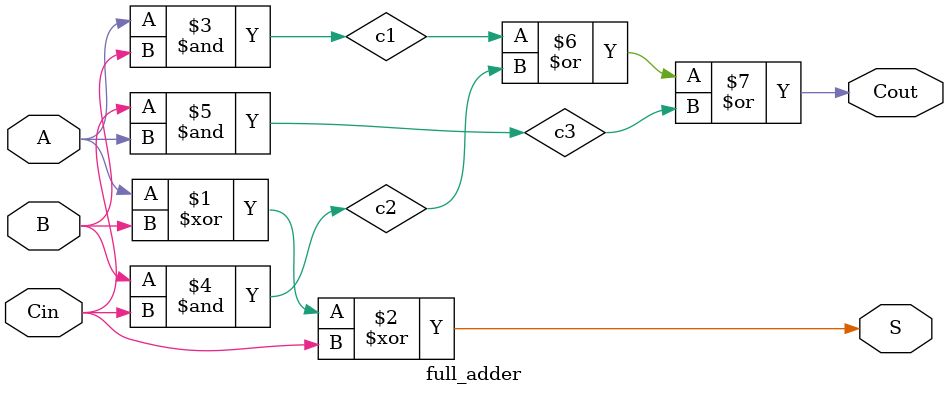
<source format=v>
module full_adder(A, B, Cin, Cout, S);
  input A, B, Cin;
  output Cout, S;
  wire c1, c2, c3;
  xor x1(S, A, B, Cin);
  and a1(c1, A, B);
  and a2(c2, B, Cin);
  and a3(c3, Cin, A);
  or p(Cout, c1, c2, c3);
endmodule

</source>
